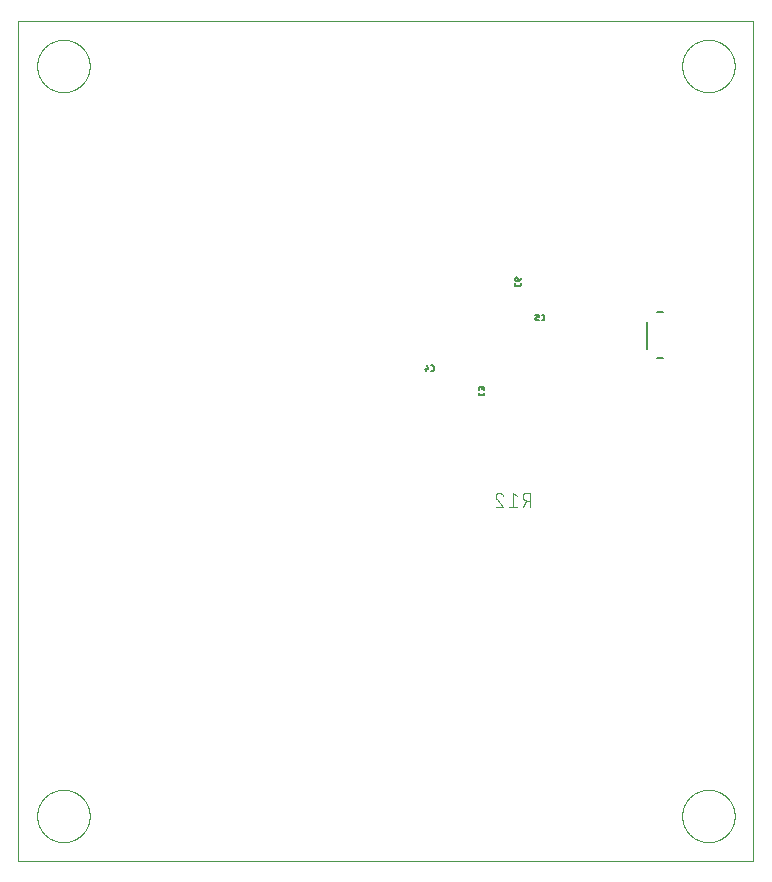
<source format=gbo>
G75*
%MOIN*%
%OFA0B0*%
%FSLAX25Y25*%
%IPPOS*%
%LPD*%
%AMOC8*
5,1,8,0,0,1.08239X$1,22.5*
%
%ADD10C,0.00000*%
%ADD11C,0.00500*%
%ADD12C,0.00800*%
%ADD13C,0.00400*%
D10*
X0007100Y0011300D02*
X0007100Y0291300D01*
X0252100Y0291300D01*
X0252100Y0011300D01*
X0007100Y0011300D01*
X0013350Y0026300D02*
X0013353Y0026515D01*
X0013361Y0026729D01*
X0013374Y0026944D01*
X0013392Y0027158D01*
X0013416Y0027371D01*
X0013445Y0027584D01*
X0013479Y0027796D01*
X0013518Y0028007D01*
X0013563Y0028217D01*
X0013612Y0028426D01*
X0013667Y0028634D01*
X0013727Y0028840D01*
X0013792Y0029045D01*
X0013861Y0029248D01*
X0013936Y0029449D01*
X0014016Y0029648D01*
X0014101Y0029846D01*
X0014190Y0030041D01*
X0014284Y0030234D01*
X0014383Y0030425D01*
X0014487Y0030613D01*
X0014595Y0030798D01*
X0014708Y0030981D01*
X0014825Y0031161D01*
X0014946Y0031338D01*
X0015072Y0031512D01*
X0015202Y0031683D01*
X0015336Y0031851D01*
X0015474Y0032015D01*
X0015617Y0032176D01*
X0015763Y0032333D01*
X0015913Y0032487D01*
X0016067Y0032637D01*
X0016224Y0032783D01*
X0016385Y0032926D01*
X0016549Y0033064D01*
X0016717Y0033198D01*
X0016888Y0033328D01*
X0017062Y0033454D01*
X0017239Y0033575D01*
X0017419Y0033692D01*
X0017602Y0033805D01*
X0017787Y0033913D01*
X0017975Y0034017D01*
X0018166Y0034116D01*
X0018359Y0034210D01*
X0018554Y0034299D01*
X0018752Y0034384D01*
X0018951Y0034464D01*
X0019152Y0034539D01*
X0019355Y0034608D01*
X0019560Y0034673D01*
X0019766Y0034733D01*
X0019974Y0034788D01*
X0020183Y0034837D01*
X0020393Y0034882D01*
X0020604Y0034921D01*
X0020816Y0034955D01*
X0021029Y0034984D01*
X0021242Y0035008D01*
X0021456Y0035026D01*
X0021671Y0035039D01*
X0021885Y0035047D01*
X0022100Y0035050D01*
X0022315Y0035047D01*
X0022529Y0035039D01*
X0022744Y0035026D01*
X0022958Y0035008D01*
X0023171Y0034984D01*
X0023384Y0034955D01*
X0023596Y0034921D01*
X0023807Y0034882D01*
X0024017Y0034837D01*
X0024226Y0034788D01*
X0024434Y0034733D01*
X0024640Y0034673D01*
X0024845Y0034608D01*
X0025048Y0034539D01*
X0025249Y0034464D01*
X0025448Y0034384D01*
X0025646Y0034299D01*
X0025841Y0034210D01*
X0026034Y0034116D01*
X0026225Y0034017D01*
X0026413Y0033913D01*
X0026598Y0033805D01*
X0026781Y0033692D01*
X0026961Y0033575D01*
X0027138Y0033454D01*
X0027312Y0033328D01*
X0027483Y0033198D01*
X0027651Y0033064D01*
X0027815Y0032926D01*
X0027976Y0032783D01*
X0028133Y0032637D01*
X0028287Y0032487D01*
X0028437Y0032333D01*
X0028583Y0032176D01*
X0028726Y0032015D01*
X0028864Y0031851D01*
X0028998Y0031683D01*
X0029128Y0031512D01*
X0029254Y0031338D01*
X0029375Y0031161D01*
X0029492Y0030981D01*
X0029605Y0030798D01*
X0029713Y0030613D01*
X0029817Y0030425D01*
X0029916Y0030234D01*
X0030010Y0030041D01*
X0030099Y0029846D01*
X0030184Y0029648D01*
X0030264Y0029449D01*
X0030339Y0029248D01*
X0030408Y0029045D01*
X0030473Y0028840D01*
X0030533Y0028634D01*
X0030588Y0028426D01*
X0030637Y0028217D01*
X0030682Y0028007D01*
X0030721Y0027796D01*
X0030755Y0027584D01*
X0030784Y0027371D01*
X0030808Y0027158D01*
X0030826Y0026944D01*
X0030839Y0026729D01*
X0030847Y0026515D01*
X0030850Y0026300D01*
X0030847Y0026085D01*
X0030839Y0025871D01*
X0030826Y0025656D01*
X0030808Y0025442D01*
X0030784Y0025229D01*
X0030755Y0025016D01*
X0030721Y0024804D01*
X0030682Y0024593D01*
X0030637Y0024383D01*
X0030588Y0024174D01*
X0030533Y0023966D01*
X0030473Y0023760D01*
X0030408Y0023555D01*
X0030339Y0023352D01*
X0030264Y0023151D01*
X0030184Y0022952D01*
X0030099Y0022754D01*
X0030010Y0022559D01*
X0029916Y0022366D01*
X0029817Y0022175D01*
X0029713Y0021987D01*
X0029605Y0021802D01*
X0029492Y0021619D01*
X0029375Y0021439D01*
X0029254Y0021262D01*
X0029128Y0021088D01*
X0028998Y0020917D01*
X0028864Y0020749D01*
X0028726Y0020585D01*
X0028583Y0020424D01*
X0028437Y0020267D01*
X0028287Y0020113D01*
X0028133Y0019963D01*
X0027976Y0019817D01*
X0027815Y0019674D01*
X0027651Y0019536D01*
X0027483Y0019402D01*
X0027312Y0019272D01*
X0027138Y0019146D01*
X0026961Y0019025D01*
X0026781Y0018908D01*
X0026598Y0018795D01*
X0026413Y0018687D01*
X0026225Y0018583D01*
X0026034Y0018484D01*
X0025841Y0018390D01*
X0025646Y0018301D01*
X0025448Y0018216D01*
X0025249Y0018136D01*
X0025048Y0018061D01*
X0024845Y0017992D01*
X0024640Y0017927D01*
X0024434Y0017867D01*
X0024226Y0017812D01*
X0024017Y0017763D01*
X0023807Y0017718D01*
X0023596Y0017679D01*
X0023384Y0017645D01*
X0023171Y0017616D01*
X0022958Y0017592D01*
X0022744Y0017574D01*
X0022529Y0017561D01*
X0022315Y0017553D01*
X0022100Y0017550D01*
X0021885Y0017553D01*
X0021671Y0017561D01*
X0021456Y0017574D01*
X0021242Y0017592D01*
X0021029Y0017616D01*
X0020816Y0017645D01*
X0020604Y0017679D01*
X0020393Y0017718D01*
X0020183Y0017763D01*
X0019974Y0017812D01*
X0019766Y0017867D01*
X0019560Y0017927D01*
X0019355Y0017992D01*
X0019152Y0018061D01*
X0018951Y0018136D01*
X0018752Y0018216D01*
X0018554Y0018301D01*
X0018359Y0018390D01*
X0018166Y0018484D01*
X0017975Y0018583D01*
X0017787Y0018687D01*
X0017602Y0018795D01*
X0017419Y0018908D01*
X0017239Y0019025D01*
X0017062Y0019146D01*
X0016888Y0019272D01*
X0016717Y0019402D01*
X0016549Y0019536D01*
X0016385Y0019674D01*
X0016224Y0019817D01*
X0016067Y0019963D01*
X0015913Y0020113D01*
X0015763Y0020267D01*
X0015617Y0020424D01*
X0015474Y0020585D01*
X0015336Y0020749D01*
X0015202Y0020917D01*
X0015072Y0021088D01*
X0014946Y0021262D01*
X0014825Y0021439D01*
X0014708Y0021619D01*
X0014595Y0021802D01*
X0014487Y0021987D01*
X0014383Y0022175D01*
X0014284Y0022366D01*
X0014190Y0022559D01*
X0014101Y0022754D01*
X0014016Y0022952D01*
X0013936Y0023151D01*
X0013861Y0023352D01*
X0013792Y0023555D01*
X0013727Y0023760D01*
X0013667Y0023966D01*
X0013612Y0024174D01*
X0013563Y0024383D01*
X0013518Y0024593D01*
X0013479Y0024804D01*
X0013445Y0025016D01*
X0013416Y0025229D01*
X0013392Y0025442D01*
X0013374Y0025656D01*
X0013361Y0025871D01*
X0013353Y0026085D01*
X0013350Y0026300D01*
X0013350Y0276300D02*
X0013353Y0276515D01*
X0013361Y0276729D01*
X0013374Y0276944D01*
X0013392Y0277158D01*
X0013416Y0277371D01*
X0013445Y0277584D01*
X0013479Y0277796D01*
X0013518Y0278007D01*
X0013563Y0278217D01*
X0013612Y0278426D01*
X0013667Y0278634D01*
X0013727Y0278840D01*
X0013792Y0279045D01*
X0013861Y0279248D01*
X0013936Y0279449D01*
X0014016Y0279648D01*
X0014101Y0279846D01*
X0014190Y0280041D01*
X0014284Y0280234D01*
X0014383Y0280425D01*
X0014487Y0280613D01*
X0014595Y0280798D01*
X0014708Y0280981D01*
X0014825Y0281161D01*
X0014946Y0281338D01*
X0015072Y0281512D01*
X0015202Y0281683D01*
X0015336Y0281851D01*
X0015474Y0282015D01*
X0015617Y0282176D01*
X0015763Y0282333D01*
X0015913Y0282487D01*
X0016067Y0282637D01*
X0016224Y0282783D01*
X0016385Y0282926D01*
X0016549Y0283064D01*
X0016717Y0283198D01*
X0016888Y0283328D01*
X0017062Y0283454D01*
X0017239Y0283575D01*
X0017419Y0283692D01*
X0017602Y0283805D01*
X0017787Y0283913D01*
X0017975Y0284017D01*
X0018166Y0284116D01*
X0018359Y0284210D01*
X0018554Y0284299D01*
X0018752Y0284384D01*
X0018951Y0284464D01*
X0019152Y0284539D01*
X0019355Y0284608D01*
X0019560Y0284673D01*
X0019766Y0284733D01*
X0019974Y0284788D01*
X0020183Y0284837D01*
X0020393Y0284882D01*
X0020604Y0284921D01*
X0020816Y0284955D01*
X0021029Y0284984D01*
X0021242Y0285008D01*
X0021456Y0285026D01*
X0021671Y0285039D01*
X0021885Y0285047D01*
X0022100Y0285050D01*
X0022315Y0285047D01*
X0022529Y0285039D01*
X0022744Y0285026D01*
X0022958Y0285008D01*
X0023171Y0284984D01*
X0023384Y0284955D01*
X0023596Y0284921D01*
X0023807Y0284882D01*
X0024017Y0284837D01*
X0024226Y0284788D01*
X0024434Y0284733D01*
X0024640Y0284673D01*
X0024845Y0284608D01*
X0025048Y0284539D01*
X0025249Y0284464D01*
X0025448Y0284384D01*
X0025646Y0284299D01*
X0025841Y0284210D01*
X0026034Y0284116D01*
X0026225Y0284017D01*
X0026413Y0283913D01*
X0026598Y0283805D01*
X0026781Y0283692D01*
X0026961Y0283575D01*
X0027138Y0283454D01*
X0027312Y0283328D01*
X0027483Y0283198D01*
X0027651Y0283064D01*
X0027815Y0282926D01*
X0027976Y0282783D01*
X0028133Y0282637D01*
X0028287Y0282487D01*
X0028437Y0282333D01*
X0028583Y0282176D01*
X0028726Y0282015D01*
X0028864Y0281851D01*
X0028998Y0281683D01*
X0029128Y0281512D01*
X0029254Y0281338D01*
X0029375Y0281161D01*
X0029492Y0280981D01*
X0029605Y0280798D01*
X0029713Y0280613D01*
X0029817Y0280425D01*
X0029916Y0280234D01*
X0030010Y0280041D01*
X0030099Y0279846D01*
X0030184Y0279648D01*
X0030264Y0279449D01*
X0030339Y0279248D01*
X0030408Y0279045D01*
X0030473Y0278840D01*
X0030533Y0278634D01*
X0030588Y0278426D01*
X0030637Y0278217D01*
X0030682Y0278007D01*
X0030721Y0277796D01*
X0030755Y0277584D01*
X0030784Y0277371D01*
X0030808Y0277158D01*
X0030826Y0276944D01*
X0030839Y0276729D01*
X0030847Y0276515D01*
X0030850Y0276300D01*
X0030847Y0276085D01*
X0030839Y0275871D01*
X0030826Y0275656D01*
X0030808Y0275442D01*
X0030784Y0275229D01*
X0030755Y0275016D01*
X0030721Y0274804D01*
X0030682Y0274593D01*
X0030637Y0274383D01*
X0030588Y0274174D01*
X0030533Y0273966D01*
X0030473Y0273760D01*
X0030408Y0273555D01*
X0030339Y0273352D01*
X0030264Y0273151D01*
X0030184Y0272952D01*
X0030099Y0272754D01*
X0030010Y0272559D01*
X0029916Y0272366D01*
X0029817Y0272175D01*
X0029713Y0271987D01*
X0029605Y0271802D01*
X0029492Y0271619D01*
X0029375Y0271439D01*
X0029254Y0271262D01*
X0029128Y0271088D01*
X0028998Y0270917D01*
X0028864Y0270749D01*
X0028726Y0270585D01*
X0028583Y0270424D01*
X0028437Y0270267D01*
X0028287Y0270113D01*
X0028133Y0269963D01*
X0027976Y0269817D01*
X0027815Y0269674D01*
X0027651Y0269536D01*
X0027483Y0269402D01*
X0027312Y0269272D01*
X0027138Y0269146D01*
X0026961Y0269025D01*
X0026781Y0268908D01*
X0026598Y0268795D01*
X0026413Y0268687D01*
X0026225Y0268583D01*
X0026034Y0268484D01*
X0025841Y0268390D01*
X0025646Y0268301D01*
X0025448Y0268216D01*
X0025249Y0268136D01*
X0025048Y0268061D01*
X0024845Y0267992D01*
X0024640Y0267927D01*
X0024434Y0267867D01*
X0024226Y0267812D01*
X0024017Y0267763D01*
X0023807Y0267718D01*
X0023596Y0267679D01*
X0023384Y0267645D01*
X0023171Y0267616D01*
X0022958Y0267592D01*
X0022744Y0267574D01*
X0022529Y0267561D01*
X0022315Y0267553D01*
X0022100Y0267550D01*
X0021885Y0267553D01*
X0021671Y0267561D01*
X0021456Y0267574D01*
X0021242Y0267592D01*
X0021029Y0267616D01*
X0020816Y0267645D01*
X0020604Y0267679D01*
X0020393Y0267718D01*
X0020183Y0267763D01*
X0019974Y0267812D01*
X0019766Y0267867D01*
X0019560Y0267927D01*
X0019355Y0267992D01*
X0019152Y0268061D01*
X0018951Y0268136D01*
X0018752Y0268216D01*
X0018554Y0268301D01*
X0018359Y0268390D01*
X0018166Y0268484D01*
X0017975Y0268583D01*
X0017787Y0268687D01*
X0017602Y0268795D01*
X0017419Y0268908D01*
X0017239Y0269025D01*
X0017062Y0269146D01*
X0016888Y0269272D01*
X0016717Y0269402D01*
X0016549Y0269536D01*
X0016385Y0269674D01*
X0016224Y0269817D01*
X0016067Y0269963D01*
X0015913Y0270113D01*
X0015763Y0270267D01*
X0015617Y0270424D01*
X0015474Y0270585D01*
X0015336Y0270749D01*
X0015202Y0270917D01*
X0015072Y0271088D01*
X0014946Y0271262D01*
X0014825Y0271439D01*
X0014708Y0271619D01*
X0014595Y0271802D01*
X0014487Y0271987D01*
X0014383Y0272175D01*
X0014284Y0272366D01*
X0014190Y0272559D01*
X0014101Y0272754D01*
X0014016Y0272952D01*
X0013936Y0273151D01*
X0013861Y0273352D01*
X0013792Y0273555D01*
X0013727Y0273760D01*
X0013667Y0273966D01*
X0013612Y0274174D01*
X0013563Y0274383D01*
X0013518Y0274593D01*
X0013479Y0274804D01*
X0013445Y0275016D01*
X0013416Y0275229D01*
X0013392Y0275442D01*
X0013374Y0275656D01*
X0013361Y0275871D01*
X0013353Y0276085D01*
X0013350Y0276300D01*
X0228350Y0276300D02*
X0228353Y0276515D01*
X0228361Y0276729D01*
X0228374Y0276944D01*
X0228392Y0277158D01*
X0228416Y0277371D01*
X0228445Y0277584D01*
X0228479Y0277796D01*
X0228518Y0278007D01*
X0228563Y0278217D01*
X0228612Y0278426D01*
X0228667Y0278634D01*
X0228727Y0278840D01*
X0228792Y0279045D01*
X0228861Y0279248D01*
X0228936Y0279449D01*
X0229016Y0279648D01*
X0229101Y0279846D01*
X0229190Y0280041D01*
X0229284Y0280234D01*
X0229383Y0280425D01*
X0229487Y0280613D01*
X0229595Y0280798D01*
X0229708Y0280981D01*
X0229825Y0281161D01*
X0229946Y0281338D01*
X0230072Y0281512D01*
X0230202Y0281683D01*
X0230336Y0281851D01*
X0230474Y0282015D01*
X0230617Y0282176D01*
X0230763Y0282333D01*
X0230913Y0282487D01*
X0231067Y0282637D01*
X0231224Y0282783D01*
X0231385Y0282926D01*
X0231549Y0283064D01*
X0231717Y0283198D01*
X0231888Y0283328D01*
X0232062Y0283454D01*
X0232239Y0283575D01*
X0232419Y0283692D01*
X0232602Y0283805D01*
X0232787Y0283913D01*
X0232975Y0284017D01*
X0233166Y0284116D01*
X0233359Y0284210D01*
X0233554Y0284299D01*
X0233752Y0284384D01*
X0233951Y0284464D01*
X0234152Y0284539D01*
X0234355Y0284608D01*
X0234560Y0284673D01*
X0234766Y0284733D01*
X0234974Y0284788D01*
X0235183Y0284837D01*
X0235393Y0284882D01*
X0235604Y0284921D01*
X0235816Y0284955D01*
X0236029Y0284984D01*
X0236242Y0285008D01*
X0236456Y0285026D01*
X0236671Y0285039D01*
X0236885Y0285047D01*
X0237100Y0285050D01*
X0237315Y0285047D01*
X0237529Y0285039D01*
X0237744Y0285026D01*
X0237958Y0285008D01*
X0238171Y0284984D01*
X0238384Y0284955D01*
X0238596Y0284921D01*
X0238807Y0284882D01*
X0239017Y0284837D01*
X0239226Y0284788D01*
X0239434Y0284733D01*
X0239640Y0284673D01*
X0239845Y0284608D01*
X0240048Y0284539D01*
X0240249Y0284464D01*
X0240448Y0284384D01*
X0240646Y0284299D01*
X0240841Y0284210D01*
X0241034Y0284116D01*
X0241225Y0284017D01*
X0241413Y0283913D01*
X0241598Y0283805D01*
X0241781Y0283692D01*
X0241961Y0283575D01*
X0242138Y0283454D01*
X0242312Y0283328D01*
X0242483Y0283198D01*
X0242651Y0283064D01*
X0242815Y0282926D01*
X0242976Y0282783D01*
X0243133Y0282637D01*
X0243287Y0282487D01*
X0243437Y0282333D01*
X0243583Y0282176D01*
X0243726Y0282015D01*
X0243864Y0281851D01*
X0243998Y0281683D01*
X0244128Y0281512D01*
X0244254Y0281338D01*
X0244375Y0281161D01*
X0244492Y0280981D01*
X0244605Y0280798D01*
X0244713Y0280613D01*
X0244817Y0280425D01*
X0244916Y0280234D01*
X0245010Y0280041D01*
X0245099Y0279846D01*
X0245184Y0279648D01*
X0245264Y0279449D01*
X0245339Y0279248D01*
X0245408Y0279045D01*
X0245473Y0278840D01*
X0245533Y0278634D01*
X0245588Y0278426D01*
X0245637Y0278217D01*
X0245682Y0278007D01*
X0245721Y0277796D01*
X0245755Y0277584D01*
X0245784Y0277371D01*
X0245808Y0277158D01*
X0245826Y0276944D01*
X0245839Y0276729D01*
X0245847Y0276515D01*
X0245850Y0276300D01*
X0245847Y0276085D01*
X0245839Y0275871D01*
X0245826Y0275656D01*
X0245808Y0275442D01*
X0245784Y0275229D01*
X0245755Y0275016D01*
X0245721Y0274804D01*
X0245682Y0274593D01*
X0245637Y0274383D01*
X0245588Y0274174D01*
X0245533Y0273966D01*
X0245473Y0273760D01*
X0245408Y0273555D01*
X0245339Y0273352D01*
X0245264Y0273151D01*
X0245184Y0272952D01*
X0245099Y0272754D01*
X0245010Y0272559D01*
X0244916Y0272366D01*
X0244817Y0272175D01*
X0244713Y0271987D01*
X0244605Y0271802D01*
X0244492Y0271619D01*
X0244375Y0271439D01*
X0244254Y0271262D01*
X0244128Y0271088D01*
X0243998Y0270917D01*
X0243864Y0270749D01*
X0243726Y0270585D01*
X0243583Y0270424D01*
X0243437Y0270267D01*
X0243287Y0270113D01*
X0243133Y0269963D01*
X0242976Y0269817D01*
X0242815Y0269674D01*
X0242651Y0269536D01*
X0242483Y0269402D01*
X0242312Y0269272D01*
X0242138Y0269146D01*
X0241961Y0269025D01*
X0241781Y0268908D01*
X0241598Y0268795D01*
X0241413Y0268687D01*
X0241225Y0268583D01*
X0241034Y0268484D01*
X0240841Y0268390D01*
X0240646Y0268301D01*
X0240448Y0268216D01*
X0240249Y0268136D01*
X0240048Y0268061D01*
X0239845Y0267992D01*
X0239640Y0267927D01*
X0239434Y0267867D01*
X0239226Y0267812D01*
X0239017Y0267763D01*
X0238807Y0267718D01*
X0238596Y0267679D01*
X0238384Y0267645D01*
X0238171Y0267616D01*
X0237958Y0267592D01*
X0237744Y0267574D01*
X0237529Y0267561D01*
X0237315Y0267553D01*
X0237100Y0267550D01*
X0236885Y0267553D01*
X0236671Y0267561D01*
X0236456Y0267574D01*
X0236242Y0267592D01*
X0236029Y0267616D01*
X0235816Y0267645D01*
X0235604Y0267679D01*
X0235393Y0267718D01*
X0235183Y0267763D01*
X0234974Y0267812D01*
X0234766Y0267867D01*
X0234560Y0267927D01*
X0234355Y0267992D01*
X0234152Y0268061D01*
X0233951Y0268136D01*
X0233752Y0268216D01*
X0233554Y0268301D01*
X0233359Y0268390D01*
X0233166Y0268484D01*
X0232975Y0268583D01*
X0232787Y0268687D01*
X0232602Y0268795D01*
X0232419Y0268908D01*
X0232239Y0269025D01*
X0232062Y0269146D01*
X0231888Y0269272D01*
X0231717Y0269402D01*
X0231549Y0269536D01*
X0231385Y0269674D01*
X0231224Y0269817D01*
X0231067Y0269963D01*
X0230913Y0270113D01*
X0230763Y0270267D01*
X0230617Y0270424D01*
X0230474Y0270585D01*
X0230336Y0270749D01*
X0230202Y0270917D01*
X0230072Y0271088D01*
X0229946Y0271262D01*
X0229825Y0271439D01*
X0229708Y0271619D01*
X0229595Y0271802D01*
X0229487Y0271987D01*
X0229383Y0272175D01*
X0229284Y0272366D01*
X0229190Y0272559D01*
X0229101Y0272754D01*
X0229016Y0272952D01*
X0228936Y0273151D01*
X0228861Y0273352D01*
X0228792Y0273555D01*
X0228727Y0273760D01*
X0228667Y0273966D01*
X0228612Y0274174D01*
X0228563Y0274383D01*
X0228518Y0274593D01*
X0228479Y0274804D01*
X0228445Y0275016D01*
X0228416Y0275229D01*
X0228392Y0275442D01*
X0228374Y0275656D01*
X0228361Y0275871D01*
X0228353Y0276085D01*
X0228350Y0276300D01*
X0228350Y0026300D02*
X0228353Y0026515D01*
X0228361Y0026729D01*
X0228374Y0026944D01*
X0228392Y0027158D01*
X0228416Y0027371D01*
X0228445Y0027584D01*
X0228479Y0027796D01*
X0228518Y0028007D01*
X0228563Y0028217D01*
X0228612Y0028426D01*
X0228667Y0028634D01*
X0228727Y0028840D01*
X0228792Y0029045D01*
X0228861Y0029248D01*
X0228936Y0029449D01*
X0229016Y0029648D01*
X0229101Y0029846D01*
X0229190Y0030041D01*
X0229284Y0030234D01*
X0229383Y0030425D01*
X0229487Y0030613D01*
X0229595Y0030798D01*
X0229708Y0030981D01*
X0229825Y0031161D01*
X0229946Y0031338D01*
X0230072Y0031512D01*
X0230202Y0031683D01*
X0230336Y0031851D01*
X0230474Y0032015D01*
X0230617Y0032176D01*
X0230763Y0032333D01*
X0230913Y0032487D01*
X0231067Y0032637D01*
X0231224Y0032783D01*
X0231385Y0032926D01*
X0231549Y0033064D01*
X0231717Y0033198D01*
X0231888Y0033328D01*
X0232062Y0033454D01*
X0232239Y0033575D01*
X0232419Y0033692D01*
X0232602Y0033805D01*
X0232787Y0033913D01*
X0232975Y0034017D01*
X0233166Y0034116D01*
X0233359Y0034210D01*
X0233554Y0034299D01*
X0233752Y0034384D01*
X0233951Y0034464D01*
X0234152Y0034539D01*
X0234355Y0034608D01*
X0234560Y0034673D01*
X0234766Y0034733D01*
X0234974Y0034788D01*
X0235183Y0034837D01*
X0235393Y0034882D01*
X0235604Y0034921D01*
X0235816Y0034955D01*
X0236029Y0034984D01*
X0236242Y0035008D01*
X0236456Y0035026D01*
X0236671Y0035039D01*
X0236885Y0035047D01*
X0237100Y0035050D01*
X0237315Y0035047D01*
X0237529Y0035039D01*
X0237744Y0035026D01*
X0237958Y0035008D01*
X0238171Y0034984D01*
X0238384Y0034955D01*
X0238596Y0034921D01*
X0238807Y0034882D01*
X0239017Y0034837D01*
X0239226Y0034788D01*
X0239434Y0034733D01*
X0239640Y0034673D01*
X0239845Y0034608D01*
X0240048Y0034539D01*
X0240249Y0034464D01*
X0240448Y0034384D01*
X0240646Y0034299D01*
X0240841Y0034210D01*
X0241034Y0034116D01*
X0241225Y0034017D01*
X0241413Y0033913D01*
X0241598Y0033805D01*
X0241781Y0033692D01*
X0241961Y0033575D01*
X0242138Y0033454D01*
X0242312Y0033328D01*
X0242483Y0033198D01*
X0242651Y0033064D01*
X0242815Y0032926D01*
X0242976Y0032783D01*
X0243133Y0032637D01*
X0243287Y0032487D01*
X0243437Y0032333D01*
X0243583Y0032176D01*
X0243726Y0032015D01*
X0243864Y0031851D01*
X0243998Y0031683D01*
X0244128Y0031512D01*
X0244254Y0031338D01*
X0244375Y0031161D01*
X0244492Y0030981D01*
X0244605Y0030798D01*
X0244713Y0030613D01*
X0244817Y0030425D01*
X0244916Y0030234D01*
X0245010Y0030041D01*
X0245099Y0029846D01*
X0245184Y0029648D01*
X0245264Y0029449D01*
X0245339Y0029248D01*
X0245408Y0029045D01*
X0245473Y0028840D01*
X0245533Y0028634D01*
X0245588Y0028426D01*
X0245637Y0028217D01*
X0245682Y0028007D01*
X0245721Y0027796D01*
X0245755Y0027584D01*
X0245784Y0027371D01*
X0245808Y0027158D01*
X0245826Y0026944D01*
X0245839Y0026729D01*
X0245847Y0026515D01*
X0245850Y0026300D01*
X0245847Y0026085D01*
X0245839Y0025871D01*
X0245826Y0025656D01*
X0245808Y0025442D01*
X0245784Y0025229D01*
X0245755Y0025016D01*
X0245721Y0024804D01*
X0245682Y0024593D01*
X0245637Y0024383D01*
X0245588Y0024174D01*
X0245533Y0023966D01*
X0245473Y0023760D01*
X0245408Y0023555D01*
X0245339Y0023352D01*
X0245264Y0023151D01*
X0245184Y0022952D01*
X0245099Y0022754D01*
X0245010Y0022559D01*
X0244916Y0022366D01*
X0244817Y0022175D01*
X0244713Y0021987D01*
X0244605Y0021802D01*
X0244492Y0021619D01*
X0244375Y0021439D01*
X0244254Y0021262D01*
X0244128Y0021088D01*
X0243998Y0020917D01*
X0243864Y0020749D01*
X0243726Y0020585D01*
X0243583Y0020424D01*
X0243437Y0020267D01*
X0243287Y0020113D01*
X0243133Y0019963D01*
X0242976Y0019817D01*
X0242815Y0019674D01*
X0242651Y0019536D01*
X0242483Y0019402D01*
X0242312Y0019272D01*
X0242138Y0019146D01*
X0241961Y0019025D01*
X0241781Y0018908D01*
X0241598Y0018795D01*
X0241413Y0018687D01*
X0241225Y0018583D01*
X0241034Y0018484D01*
X0240841Y0018390D01*
X0240646Y0018301D01*
X0240448Y0018216D01*
X0240249Y0018136D01*
X0240048Y0018061D01*
X0239845Y0017992D01*
X0239640Y0017927D01*
X0239434Y0017867D01*
X0239226Y0017812D01*
X0239017Y0017763D01*
X0238807Y0017718D01*
X0238596Y0017679D01*
X0238384Y0017645D01*
X0238171Y0017616D01*
X0237958Y0017592D01*
X0237744Y0017574D01*
X0237529Y0017561D01*
X0237315Y0017553D01*
X0237100Y0017550D01*
X0236885Y0017553D01*
X0236671Y0017561D01*
X0236456Y0017574D01*
X0236242Y0017592D01*
X0236029Y0017616D01*
X0235816Y0017645D01*
X0235604Y0017679D01*
X0235393Y0017718D01*
X0235183Y0017763D01*
X0234974Y0017812D01*
X0234766Y0017867D01*
X0234560Y0017927D01*
X0234355Y0017992D01*
X0234152Y0018061D01*
X0233951Y0018136D01*
X0233752Y0018216D01*
X0233554Y0018301D01*
X0233359Y0018390D01*
X0233166Y0018484D01*
X0232975Y0018583D01*
X0232787Y0018687D01*
X0232602Y0018795D01*
X0232419Y0018908D01*
X0232239Y0019025D01*
X0232062Y0019146D01*
X0231888Y0019272D01*
X0231717Y0019402D01*
X0231549Y0019536D01*
X0231385Y0019674D01*
X0231224Y0019817D01*
X0231067Y0019963D01*
X0230913Y0020113D01*
X0230763Y0020267D01*
X0230617Y0020424D01*
X0230474Y0020585D01*
X0230336Y0020749D01*
X0230202Y0020917D01*
X0230072Y0021088D01*
X0229946Y0021262D01*
X0229825Y0021439D01*
X0229708Y0021619D01*
X0229595Y0021802D01*
X0229487Y0021987D01*
X0229383Y0022175D01*
X0229284Y0022366D01*
X0229190Y0022559D01*
X0229101Y0022754D01*
X0229016Y0022952D01*
X0228936Y0023151D01*
X0228861Y0023352D01*
X0228792Y0023555D01*
X0228727Y0023760D01*
X0228667Y0023966D01*
X0228612Y0024174D01*
X0228563Y0024383D01*
X0228518Y0024593D01*
X0228479Y0024804D01*
X0228445Y0025016D01*
X0228416Y0025229D01*
X0228392Y0025442D01*
X0228374Y0025656D01*
X0228361Y0025871D01*
X0228353Y0026085D01*
X0228350Y0026300D01*
D11*
X0162028Y0166567D02*
X0160972Y0166567D01*
X0160933Y0166569D01*
X0160894Y0166574D01*
X0160857Y0166583D01*
X0160820Y0166595D01*
X0160784Y0166611D01*
X0160750Y0166630D01*
X0160718Y0166652D01*
X0160688Y0166677D01*
X0160660Y0166705D01*
X0160635Y0166735D01*
X0160613Y0166767D01*
X0160594Y0166801D01*
X0160578Y0166837D01*
X0160566Y0166874D01*
X0160557Y0166911D01*
X0160552Y0166950D01*
X0160550Y0166989D01*
X0160550Y0167411D01*
X0160550Y0168378D02*
X0160550Y0168906D01*
X0160552Y0168951D01*
X0160558Y0168995D01*
X0160567Y0169039D01*
X0160580Y0169082D01*
X0160597Y0169123D01*
X0160617Y0169164D01*
X0160641Y0169202D01*
X0160667Y0169238D01*
X0160697Y0169271D01*
X0160729Y0169302D01*
X0160764Y0169331D01*
X0160801Y0169356D01*
X0160840Y0169377D01*
X0160881Y0169396D01*
X0160923Y0169411D01*
X0160967Y0169422D01*
X0161011Y0169430D01*
X0161056Y0169434D01*
X0161100Y0169434D01*
X0161145Y0169430D01*
X0161189Y0169422D01*
X0161233Y0169411D01*
X0161275Y0169396D01*
X0161316Y0169377D01*
X0161355Y0169356D01*
X0161392Y0169331D01*
X0161427Y0169302D01*
X0161459Y0169271D01*
X0161489Y0169238D01*
X0161515Y0169202D01*
X0161539Y0169164D01*
X0161559Y0169123D01*
X0161576Y0169082D01*
X0161589Y0169039D01*
X0161598Y0168995D01*
X0161604Y0168951D01*
X0161606Y0168906D01*
X0161606Y0169011D02*
X0161606Y0168589D01*
X0161606Y0169011D02*
X0161608Y0169051D01*
X0161614Y0169091D01*
X0161623Y0169130D01*
X0161636Y0169168D01*
X0161653Y0169204D01*
X0161673Y0169239D01*
X0161696Y0169272D01*
X0161723Y0169302D01*
X0161752Y0169330D01*
X0161783Y0169355D01*
X0161817Y0169376D01*
X0161853Y0169395D01*
X0161890Y0169410D01*
X0161929Y0169421D01*
X0161968Y0169429D01*
X0162008Y0169433D01*
X0162048Y0169433D01*
X0162088Y0169429D01*
X0162127Y0169421D01*
X0162166Y0169410D01*
X0162203Y0169395D01*
X0162239Y0169376D01*
X0162273Y0169355D01*
X0162304Y0169330D01*
X0162333Y0169302D01*
X0162360Y0169272D01*
X0162383Y0169239D01*
X0162403Y0169204D01*
X0162420Y0169168D01*
X0162433Y0169130D01*
X0162442Y0169091D01*
X0162448Y0169051D01*
X0162450Y0169011D01*
X0162450Y0168378D01*
X0162450Y0167411D02*
X0162450Y0166989D01*
X0162448Y0166950D01*
X0162443Y0166911D01*
X0162434Y0166874D01*
X0162421Y0166837D01*
X0162406Y0166801D01*
X0162387Y0166767D01*
X0162365Y0166735D01*
X0162340Y0166705D01*
X0162312Y0166677D01*
X0162282Y0166652D01*
X0162250Y0166630D01*
X0162216Y0166611D01*
X0162180Y0166595D01*
X0162143Y0166583D01*
X0162106Y0166574D01*
X0162067Y0166569D01*
X0162028Y0166567D01*
X0145533Y0175172D02*
X0145533Y0176228D01*
X0145531Y0176267D01*
X0145526Y0176306D01*
X0145517Y0176343D01*
X0145505Y0176380D01*
X0145489Y0176416D01*
X0145470Y0176450D01*
X0145448Y0176482D01*
X0145423Y0176512D01*
X0145395Y0176540D01*
X0145365Y0176565D01*
X0145333Y0176587D01*
X0145299Y0176606D01*
X0145263Y0176622D01*
X0145226Y0176634D01*
X0145189Y0176643D01*
X0145150Y0176648D01*
X0145111Y0176650D01*
X0144689Y0176650D01*
X0143300Y0176650D02*
X0143722Y0175172D01*
X0142667Y0175172D01*
X0142983Y0175594D02*
X0142983Y0174750D01*
X0144689Y0174750D02*
X0145111Y0174750D01*
X0145150Y0174752D01*
X0145189Y0174757D01*
X0145226Y0174766D01*
X0145263Y0174778D01*
X0145299Y0174794D01*
X0145333Y0174813D01*
X0145365Y0174835D01*
X0145395Y0174860D01*
X0145423Y0174888D01*
X0145448Y0174918D01*
X0145470Y0174950D01*
X0145489Y0174984D01*
X0145505Y0175020D01*
X0145517Y0175057D01*
X0145526Y0175094D01*
X0145531Y0175133D01*
X0145533Y0175172D01*
X0172650Y0203389D02*
X0172650Y0203811D01*
X0172650Y0203389D02*
X0172652Y0203350D01*
X0172657Y0203311D01*
X0172666Y0203274D01*
X0172678Y0203237D01*
X0172694Y0203201D01*
X0172713Y0203167D01*
X0172735Y0203135D01*
X0172760Y0203105D01*
X0172788Y0203077D01*
X0172818Y0203052D01*
X0172850Y0203030D01*
X0172884Y0203011D01*
X0172920Y0202995D01*
X0172957Y0202983D01*
X0172994Y0202974D01*
X0173033Y0202969D01*
X0173072Y0202967D01*
X0174128Y0202967D01*
X0174167Y0202969D01*
X0174206Y0202974D01*
X0174243Y0202983D01*
X0174280Y0202995D01*
X0174316Y0203011D01*
X0174350Y0203030D01*
X0174382Y0203052D01*
X0174412Y0203077D01*
X0174440Y0203105D01*
X0174465Y0203135D01*
X0174487Y0203167D01*
X0174506Y0203201D01*
X0174521Y0203237D01*
X0174534Y0203274D01*
X0174543Y0203311D01*
X0174548Y0203350D01*
X0174550Y0203389D01*
X0174550Y0203811D01*
X0173706Y0204778D02*
X0173178Y0204778D01*
X0173706Y0204778D02*
X0173706Y0205411D01*
X0173706Y0204778D02*
X0173764Y0204780D01*
X0173821Y0204786D01*
X0173878Y0204796D01*
X0173934Y0204809D01*
X0173989Y0204827D01*
X0174042Y0204848D01*
X0174094Y0204873D01*
X0174145Y0204901D01*
X0174193Y0204932D01*
X0174239Y0204967D01*
X0174282Y0205005D01*
X0174323Y0205046D01*
X0174361Y0205089D01*
X0174396Y0205135D01*
X0174427Y0205183D01*
X0174455Y0205234D01*
X0174480Y0205286D01*
X0174501Y0205339D01*
X0174519Y0205394D01*
X0174532Y0205450D01*
X0174542Y0205507D01*
X0174548Y0205564D01*
X0174550Y0205622D01*
X0173705Y0205411D02*
X0173703Y0205450D01*
X0173698Y0205489D01*
X0173689Y0205526D01*
X0173677Y0205563D01*
X0173661Y0205599D01*
X0173642Y0205633D01*
X0173620Y0205665D01*
X0173595Y0205695D01*
X0173567Y0205723D01*
X0173537Y0205748D01*
X0173505Y0205770D01*
X0173471Y0205789D01*
X0173435Y0205805D01*
X0173398Y0205817D01*
X0173361Y0205826D01*
X0173322Y0205831D01*
X0173283Y0205833D01*
X0173178Y0205833D01*
X0173178Y0205834D02*
X0173133Y0205832D01*
X0173089Y0205826D01*
X0173045Y0205817D01*
X0173002Y0205804D01*
X0172961Y0205787D01*
X0172920Y0205767D01*
X0172882Y0205743D01*
X0172846Y0205717D01*
X0172813Y0205687D01*
X0172782Y0205655D01*
X0172753Y0205620D01*
X0172728Y0205583D01*
X0172707Y0205544D01*
X0172688Y0205503D01*
X0172673Y0205461D01*
X0172662Y0205417D01*
X0172654Y0205373D01*
X0172650Y0205328D01*
X0172650Y0205284D01*
X0172654Y0205239D01*
X0172662Y0205195D01*
X0172673Y0205151D01*
X0172688Y0205109D01*
X0172707Y0205068D01*
X0172728Y0205029D01*
X0172753Y0204992D01*
X0172782Y0204957D01*
X0172813Y0204925D01*
X0172846Y0204895D01*
X0172882Y0204869D01*
X0172920Y0204845D01*
X0172961Y0204825D01*
X0173002Y0204808D01*
X0173045Y0204795D01*
X0173089Y0204786D01*
X0173133Y0204780D01*
X0173178Y0204778D01*
X0179467Y0193450D02*
X0180522Y0193450D01*
X0180522Y0192606D01*
X0179889Y0192606D01*
X0179889Y0192605D02*
X0179850Y0192603D01*
X0179811Y0192598D01*
X0179774Y0192589D01*
X0179737Y0192577D01*
X0179701Y0192561D01*
X0179667Y0192542D01*
X0179635Y0192520D01*
X0179605Y0192495D01*
X0179577Y0192467D01*
X0179552Y0192437D01*
X0179530Y0192405D01*
X0179511Y0192371D01*
X0179495Y0192335D01*
X0179483Y0192298D01*
X0179474Y0192261D01*
X0179469Y0192222D01*
X0179467Y0192183D01*
X0179467Y0191972D01*
X0179469Y0191933D01*
X0179474Y0191894D01*
X0179483Y0191857D01*
X0179495Y0191820D01*
X0179511Y0191784D01*
X0179530Y0191750D01*
X0179552Y0191718D01*
X0179577Y0191688D01*
X0179605Y0191660D01*
X0179635Y0191635D01*
X0179667Y0191613D01*
X0179701Y0191594D01*
X0179737Y0191578D01*
X0179774Y0191566D01*
X0179811Y0191557D01*
X0179850Y0191552D01*
X0179889Y0191550D01*
X0180522Y0191550D01*
X0181489Y0191550D02*
X0181911Y0191550D01*
X0181950Y0191552D01*
X0181989Y0191557D01*
X0182026Y0191566D01*
X0182063Y0191578D01*
X0182099Y0191594D01*
X0182133Y0191613D01*
X0182165Y0191635D01*
X0182195Y0191660D01*
X0182223Y0191688D01*
X0182248Y0191718D01*
X0182270Y0191750D01*
X0182289Y0191784D01*
X0182305Y0191820D01*
X0182317Y0191857D01*
X0182326Y0191894D01*
X0182331Y0191933D01*
X0182333Y0191972D01*
X0182333Y0193028D01*
X0182331Y0193067D01*
X0182326Y0193106D01*
X0182317Y0193143D01*
X0182305Y0193180D01*
X0182289Y0193216D01*
X0182270Y0193250D01*
X0182248Y0193282D01*
X0182223Y0193312D01*
X0182195Y0193340D01*
X0182165Y0193365D01*
X0182133Y0193387D01*
X0182099Y0193406D01*
X0182063Y0193422D01*
X0182026Y0193434D01*
X0181989Y0193443D01*
X0181950Y0193448D01*
X0181911Y0193450D01*
X0181489Y0193450D01*
D12*
X0216757Y0191067D02*
X0216757Y0181933D01*
X0219867Y0178823D02*
X0221973Y0178823D01*
X0221973Y0194177D02*
X0219867Y0194177D01*
D13*
X0177700Y0134000D02*
X0176422Y0134000D01*
X0176352Y0133998D01*
X0176281Y0133992D01*
X0176212Y0133983D01*
X0176143Y0133969D01*
X0176074Y0133952D01*
X0176007Y0133931D01*
X0175941Y0133906D01*
X0175877Y0133878D01*
X0175814Y0133846D01*
X0175753Y0133811D01*
X0175694Y0133772D01*
X0175637Y0133731D01*
X0175583Y0133686D01*
X0175531Y0133638D01*
X0175482Y0133588D01*
X0175435Y0133534D01*
X0175392Y0133479D01*
X0175352Y0133421D01*
X0175315Y0133361D01*
X0175282Y0133299D01*
X0175252Y0133235D01*
X0175225Y0133170D01*
X0175202Y0133104D01*
X0175183Y0133036D01*
X0175168Y0132967D01*
X0175156Y0132898D01*
X0175148Y0132828D01*
X0175144Y0132757D01*
X0175144Y0132687D01*
X0175148Y0132616D01*
X0175156Y0132546D01*
X0175168Y0132477D01*
X0175183Y0132408D01*
X0175202Y0132340D01*
X0175225Y0132274D01*
X0175252Y0132209D01*
X0175282Y0132145D01*
X0175315Y0132083D01*
X0175352Y0132023D01*
X0175392Y0131965D01*
X0175435Y0131910D01*
X0175482Y0131856D01*
X0175531Y0131806D01*
X0175583Y0131758D01*
X0175637Y0131713D01*
X0175694Y0131672D01*
X0175753Y0131633D01*
X0175814Y0131598D01*
X0175877Y0131566D01*
X0175941Y0131538D01*
X0176007Y0131513D01*
X0176074Y0131492D01*
X0176143Y0131475D01*
X0176212Y0131461D01*
X0176281Y0131452D01*
X0176352Y0131446D01*
X0176422Y0131444D01*
X0177700Y0131444D01*
X0176167Y0131444D02*
X0175144Y0129400D01*
X0173229Y0129400D02*
X0170673Y0129400D01*
X0171951Y0129400D02*
X0171951Y0134000D01*
X0173229Y0132978D01*
X0177700Y0134000D02*
X0177700Y0129400D01*
X0168729Y0129400D02*
X0166173Y0129400D01*
X0168729Y0129400D02*
X0166557Y0131956D01*
X0167323Y0134000D02*
X0167397Y0133998D01*
X0167471Y0133993D01*
X0167545Y0133983D01*
X0167618Y0133970D01*
X0167691Y0133954D01*
X0167762Y0133933D01*
X0167832Y0133909D01*
X0167901Y0133882D01*
X0167969Y0133851D01*
X0168035Y0133817D01*
X0168099Y0133780D01*
X0168161Y0133739D01*
X0168222Y0133695D01*
X0168279Y0133649D01*
X0168335Y0133599D01*
X0168388Y0133547D01*
X0168438Y0133492D01*
X0168485Y0133435D01*
X0168529Y0133375D01*
X0168571Y0133313D01*
X0168609Y0133250D01*
X0168644Y0133184D01*
X0168675Y0133117D01*
X0168703Y0133048D01*
X0168728Y0132978D01*
X0166557Y0131956D02*
X0166510Y0132003D01*
X0166466Y0132053D01*
X0166424Y0132105D01*
X0166385Y0132159D01*
X0166350Y0132215D01*
X0166317Y0132273D01*
X0166287Y0132333D01*
X0166261Y0132394D01*
X0166238Y0132457D01*
X0166219Y0132521D01*
X0166203Y0132585D01*
X0166190Y0132651D01*
X0166181Y0132717D01*
X0166176Y0132783D01*
X0166174Y0132850D01*
X0166173Y0132850D02*
X0166175Y0132917D01*
X0166181Y0132984D01*
X0166190Y0133050D01*
X0166204Y0133115D01*
X0166221Y0133180D01*
X0166242Y0133243D01*
X0166267Y0133305D01*
X0166295Y0133366D01*
X0166327Y0133425D01*
X0166362Y0133482D01*
X0166401Y0133537D01*
X0166442Y0133589D01*
X0166487Y0133639D01*
X0166534Y0133686D01*
X0166584Y0133731D01*
X0166636Y0133772D01*
X0166691Y0133811D01*
X0166748Y0133846D01*
X0166807Y0133878D01*
X0166868Y0133906D01*
X0166930Y0133931D01*
X0166993Y0133952D01*
X0167058Y0133969D01*
X0167123Y0133983D01*
X0167189Y0133992D01*
X0167256Y0133998D01*
X0167323Y0134000D01*
M02*

</source>
